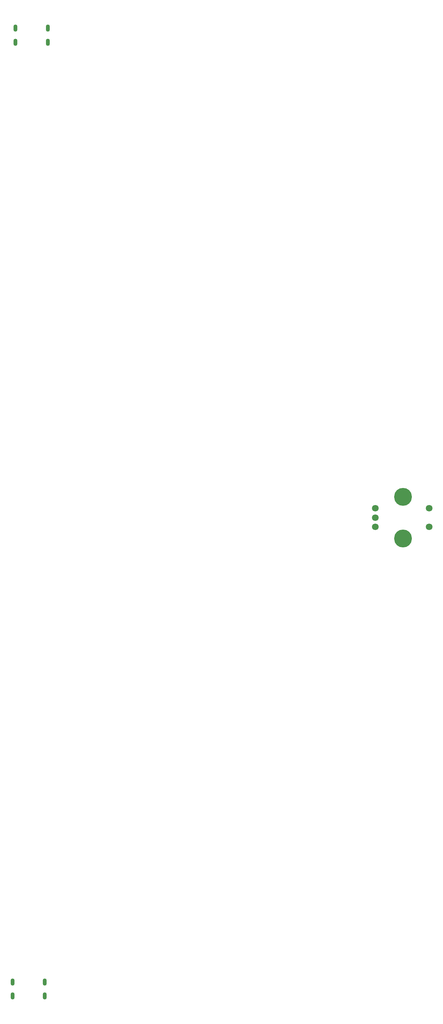
<source format=gbr>
%TF.GenerationSoftware,KiCad,Pcbnew,(6.0.4)*%
%TF.CreationDate,2022-09-10T18:16:35-05:00*%
%TF.ProjectId,CircleBoard,43697263-6c65-4426-9f61-72642e6b6963,rev?*%
%TF.SameCoordinates,Original*%
%TF.FileFunction,Soldermask,Bot*%
%TF.FilePolarity,Negative*%
%FSLAX46Y46*%
G04 Gerber Fmt 4.6, Leading zero omitted, Abs format (unit mm)*
G04 Created by KiCad (PCBNEW (6.0.4)) date 2022-09-10 18:16:35*
%MOMM*%
%LPD*%
G01*
G04 APERTURE LIST*
%ADD10O,1.100000X1.900000*%
%ADD11C,1.800000*%
%ADD12C,4.800000*%
G04 APERTURE END LIST*
D10*
%TO.C,USB2*%
X131920000Y-256312000D03*
X123280000Y-252512000D03*
X131920000Y-252512000D03*
X123280000Y-256312000D03*
%TD*%
%TO.C,USB1*%
X124080000Y3512000D03*
X132720000Y-288000D03*
X124080000Y-288000D03*
X132720000Y3512000D03*
%TD*%
D11*
%TO.C,ENC1*%
X220800000Y-125400000D03*
X220800000Y-130400000D03*
X220800000Y-127900000D03*
X235300000Y-125400000D03*
X235300000Y-130400000D03*
D12*
X228300000Y-133500000D03*
X228300000Y-122300000D03*
%TD*%
M02*

</source>
